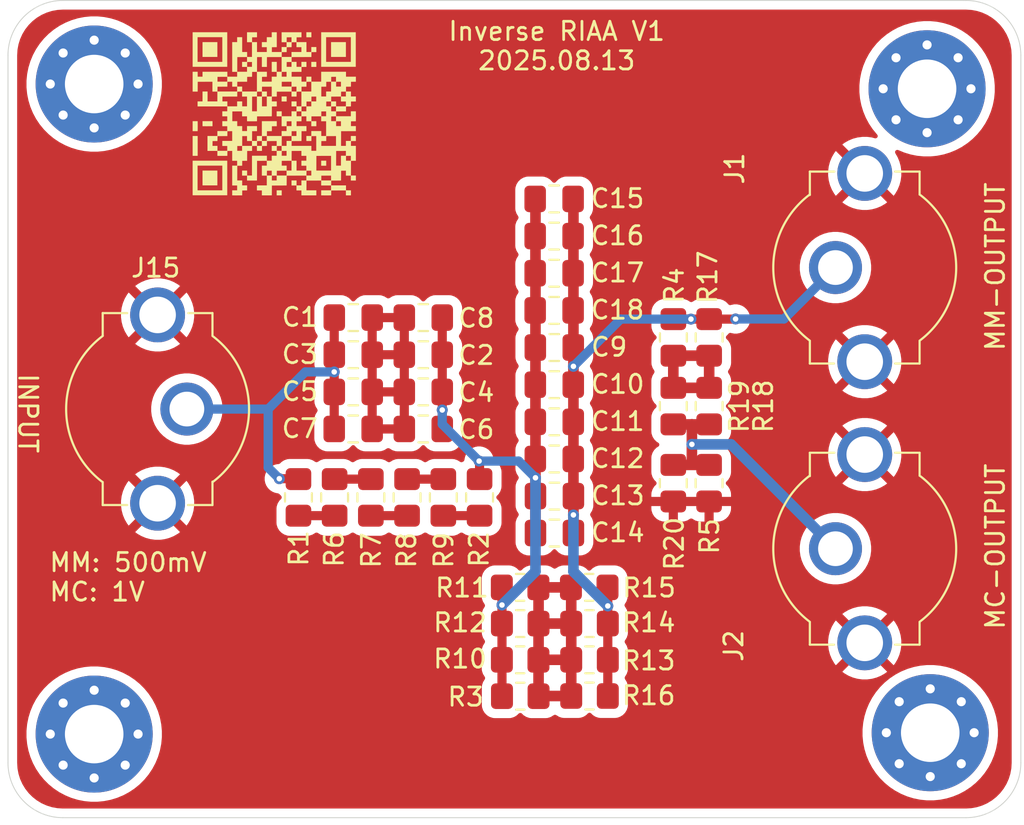
<source format=kicad_pcb>
(kicad_pcb (version 20241229) (generator "pcbnew") (generator_version "9.0")
  (layers (0 "F.Cu" signal) (2 "B.Cu" signal) (13 "F.Paste" user) (15 "B.Paste" user) (5 "F.SilkS" user "F.Silkscreen") (7 "B.SilkS" user "B.Silkscreen") (1 "F.Mask" user) (3 "B.Mask" user) (25 "Edge.Cuts" user))
  (net 0 "")
  (net 1 "GND")
  (net 2 "Net-(J15-In)")
  (net 3 "Net-(C1-Pad2)")
  (net 4 "Net-(C10-Pad1)")
  (net 5 "Net-(J1-In)")
  (net 6 "Net-(R1-Pad2)")
  (net 7 "Net-(R2-Pad1)")
  (net 8 "Net-(R10-Pad2)")
  (net 9 "Net-(R17-Pad2)")
  (net 10 "Net-(J2-In)")
  (net 11 "Net-(R6-Pad2)")
  (net 12 "Net-(R7-Pad2)")
  (net 13 "Net-(R8-Pad2)")
  (footprint "Capacitor_SMD:C_0805_2012Metric_Pad1.18x1.45mm_HandSolder" (layer "F.Cu") (at 55.4521 78.3082)
    (property "Reference" "C3" (at -2.9212 -0.0215 0) (layer "F.SilkS"))
    (property "Value" "1.8nF/1%")
    (pad "1" smd roundrect (at -1.0375 0) (size 1.175 1.45) (layers "F.Cu" "F.Mask" "F.Paste") (roundrect_rratio 0.212766) (net 2 "Net-(J15-In)"))
    (pad "2" smd roundrect (at 1.0375 0) (size 1.175 1.45) (layers "F.Cu" "F.Mask" "F.Paste") (roundrect_rratio 0.212766) (net 3 "Net-(C1-Pad2)"))
  )
  (footprint "Capacitor_SMD:C_0805_2012Metric_Pad1.18x1.45mm_HandSolder" (layer "F.Cu") (at 66.4503 88.0618)
    (property "Reference" "C14" (at 3.4665 -0.0254 0) (layer "F.SilkS"))
    (property "Value" "100pF/1%")
    (pad "1" smd roundrect (at -1.0375 0) (size 1.175 1.45) (layers "F.Cu" "F.Mask" "F.Paste") (roundrect_rratio 0.212766) (net 4 "Net-(C10-Pad1)"))
    (pad "2" smd roundrect (at 1.0375 0) (size 1.175 1.45) (layers "F.Cu" "F.Mask" "F.Paste") (roundrect_rratio 0.212766) (net 5 "Net-(J1-In)"))
  )
  (footprint "Resistor_SMD:R_0805_2012Metric_Pad1.20x1.40mm_HandSolder" (layer "F.Cu") (at 52.4551 86.1115 -90)
    (property "Reference" "R1" (at 2.7885 -0.0213 90) (layer "F.SilkS"))
    (property "Value" "220k/0.5%")
    (pad "1" smd roundrect (at -1 0 270) (size 1.2 1.4) (layers "F.Cu" "F.Mask" "F.Paste") (roundrect_rratio 0.208333) (net 2 "Net-(J15-In)"))
    (pad "2" smd roundrect (at 1 0 270) (size 1.2 1.4) (layers "F.Cu" "F.Mask" "F.Paste") (roundrect_rratio 0.208333) (net 6 "Net-(R1-Pad2)"))
  )
  (footprint "Capacitor_SMD:C_0805_2012Metric_Pad1.18x1.45mm_HandSolder" (layer "F.Cu") (at 59.2797 82.3683)
    (property "Reference" "C6" (at 2.8995 0.0293 0) (layer "F.SilkS"))
    (property "Value" "1.8nF/1%")
    (pad "1" smd roundrect (at -1.0375 0) (size 1.175 1.45) (layers "F.Cu" "F.Mask" "F.Paste") (roundrect_rratio 0.212766) (net 3 "Net-(C1-Pad2)"))
    (pad "2" smd roundrect (at 1.0375 0) (size 1.175 1.45) (layers "F.Cu" "F.Mask" "F.Paste") (roundrect_rratio 0.212766) (net 4 "Net-(C10-Pad1)"))
  )
  (footprint "Capacitor_SMD:C_0805_2012Metric_Pad1.18x1.45mm_HandSolder" (layer "F.Cu") (at 66.4343 71.8182)
    (property "Reference" "C16" (at 3.4665 -0.0254 0) (layer "F.SilkS"))
    (property "Value" "100pF/1%")
    (pad "1" smd roundrect (at -1.0375 0) (size 1.175 1.45) (layers "F.Cu" "F.Mask" "F.Paste") (roundrect_rratio 0.212766) (net 4 "Net-(C10-Pad1)"))
    (pad "2" smd roundrect (at 1.0375 0) (size 1.175 1.45) (layers "F.Cu" "F.Mask" "F.Paste") (roundrect_rratio 0.212766) (net 5 "Net-(J1-In)"))
  )
  (footprint "Resistor_SMD:R_0805_2012Metric_Pad1.20x1.40mm_HandSolder" (layer "F.Cu") (at 64.5734 91.0336)
    (property "Reference" "R11" (at -3.1816 0.0254 0) (layer "F.SilkS"))
    (property "Value" "150k/0.5%")
    (pad "1" smd roundrect (at -1 0) (size 1.2 1.4) (layers "F.Cu" "F.Mask" "F.Paste") (roundrect_rratio 0.208333) (net 4 "Net-(C10-Pad1)"))
    (pad "2" smd roundrect (at 1 0) (size 1.2 1.4) (layers "F.Cu" "F.Mask" "F.Paste") (roundrect_rratio 0.208333) (net 8 "Net-(R10-Pad2)"))
  )
  (footprint "kicad-snk:RCA-Phono_CUI-Devices_RCJ-02X_Vertical" (layer "F.Cu") (at 83.4136 88.9192 90)
    (property "Reference" "J2" (at -5.3148 -7.1628 90) (layer "F.SilkS"))
    (property "Value" "MC-Out")
    (pad "1" thru_hole circle (at 0 -1.6 90) (size 2.9 2.9) (drill 1.9) (layers "*.Cu" "*.Mask") (net 10 "Net-(J2-In)"))
    (pad "2" thru_hole circle (at -5.15 0 90) (size 3 3) (drill 2) (layers "*.Cu" "*.Mask") (net 1 "GND"))
    (pad "2" thru_hole circle (at 5.15 0 90) (size 3 3) (drill 2) (layers "*.Cu" "*.Mask") (net 1 "GND"))
  )
  (footprint "kicad-snk:RCA-Phono_CUI-Devices_RCJ-02X_Vertical" (layer "F.Cu") (at 44.755 81.28 -90)
    (property "Reference" "J15" (at -7.7216 0.1018 0) (layer "F.SilkS"))
    (property "Value" "Input")
    (pad "1" thru_hole circle (at 0 -1.6 270) (size 2.9 2.9) (drill 1.9) (layers "*.Cu" "*.Mask") (net 2 "Net-(J15-In)"))
    (pad "2" thru_hole circle (at -5.15 0 270) (size 3 3) (drill 2) (layers "*.Cu" "*.Mask") (net 1 "GND"))
    (pad "2" thru_hole circle (at 5.15 0 270) (size 3 3) (drill 2) (layers "*.Cu" "*.Mask") (net 1 "GND"))
  )
  (footprint "Capacitor_SMD:C_0805_2012Metric_Pad1.18x1.45mm_HandSolder" (layer "F.Cu") (at 59.2797 80.3402)
    (property "Reference" "C4" (at 2.8995 0.0293 0) (layer "F.SilkS"))
    (property "Value" "1.8nF/1%")
    (pad "1" smd roundrect (at -1.0375 0) (size 1.175 1.45) (layers "F.Cu" "F.Mask" "F.Paste") (roundrect_rratio 0.212766) (net 3 "Net-(C1-Pad2)"))
    (pad "2" smd roundrect (at 1.0375 0) (size 1.175 1.45) (layers "F.Cu" "F.Mask" "F.Paste") (roundrect_rratio 0.212766) (net 4 "Net-(C10-Pad1)"))
  )
  (footprint "Resistor_SMD:R_0805_2012Metric_Pad1.20x1.40mm_HandSolder" (layer "F.Cu") (at 56.4134 86.1115 -90)
    (property "Reference" "R7" (at 2.8901 -0.0254 90) (layer "F.SilkS"))
    (property "Value" "220k/0.5%")
    (pad "1" smd roundrect (at -1 0 270) (size 1.2 1.4) (layers "F.Cu" "F.Mask" "F.Paste") (roundrect_rratio 0.208333) (net 11 "Net-(R6-Pad2)"))
    (pad "2" smd roundrect (at 1 0 270) (size 1.2 1.4) (layers "F.Cu" "F.Mask" "F.Paste") (roundrect_rratio 0.208333) (net 12 "Net-(R7-Pad2)"))
  )
  (footprint "Resistor_SMD:R_0805_2012Metric_Pad1.20x1.40mm_HandSolder" (layer "F.Cu") (at 72.9524 77.3596 -90)
    (property "Reference" "R4" (at -2.836 -0.0472 90) (layer "F.SilkS"))
    (property "Value" "560R/0.5%")
    (pad "1" smd roundrect (at -1 0 270) (size 1.2 1.4) (layers "F.Cu" "F.Mask" "F.Paste") (roundrect_rratio 0.208333) (net 5 "Net-(J1-In)"))
    (pad "2" smd roundrect (at 1 0 270) (size 1.2 1.4) (layers "F.Cu" "F.Mask" "F.Paste") (roundrect_rratio 0.208333) (net 9 "Net-(R17-Pad2)"))
  )
  (footprint "Resistor_SMD:R_0805_2012Metric_Pad1.20x1.40mm_HandSolder" (layer "F.Cu") (at 68.3674 96.9772)
    (property "Reference" "R16" (at 3.2352 -0.0254 0) (layer "F.SilkS"))
    (property "Value" "150k/0.5%")
    (pad "1" smd roundrect (at -1 0) (size 1.2 1.4) (layers "F.Cu" "F.Mask" "F.Paste") (roundrect_rratio 0.208333) (net 8 "Net-(R10-Pad2)"))
    (pad "2" smd roundrect (at 1 0) (size 1.2 1.4) (layers "F.Cu" "F.Mask" "F.Paste") (roundrect_rratio 0.208333) (net 5 "Net-(J1-In)"))
  )
  (footprint "Resistor_SMD:R_0805_2012Metric_Pad1.20x1.40mm_HandSolder" (layer "F.Cu") (at 64.576333 94.996)
    (property "Reference" "R10" (at -3.286133 -0.0508 0) (layer "F.SilkS"))
    (property "Value" "150k/0.5%")
    (pad "1" smd roundrect (at -1 0) (size 1.2 1.4) (layers "F.Cu" "F.Mask" "F.Paste") (roundrect_rratio 0.208333) (net 4 "Net-(C10-Pad1)"))
    (pad "2" smd roundrect (at 1 0) (size 1.2 1.4) (layers "F.Cu" "F.Mask" "F.Paste") (roundrect_rratio 0.208333) (net 8 "Net-(R10-Pad2)"))
  )
  (footprint "MountingHole:MountingHole_3.2mm_M3_Pad_Via" (layer "F.Cu") (at 41.288 99.06)
    (property "Reference" "H1" (hide yes))
    (property "Value" "MountingHole")
    (pad "1" thru_hole circle (at -2.4 0) (size 0.8 0.8) (drill 0.5) (layers "*.Cu" "*.Mask"))
    (pad "1" thru_hole circle (at -1.697056 -1.697056) (size 0.8 0.8) (drill 0.5) (layers "*.Cu" "*.Mask"))
    (pad "1" thru_hole circle (at -1.697056 1.697056) (size 0.8 0.8) (drill 0.5) (layers "*.Cu" "*.Mask"))
    (pad "1" thru_hole circle (at 0 -2.4) (size 0.8 0.8) (drill 0.5) (layers "*.Cu" "*.Mask"))
    (pad "1" thru_hole circle (at 0 0) (size 6.4 6.4) (drill 3.2) (layers "*.Cu" "*.Mask"))
    (pad "1" thru_hole circle (at 0 2.4) (size 0.8 0.8) (drill 0.5) (layers "*.Cu" "*.Mask"))
    (pad "1" thru_hole circle (at 1.697056 -1.697056) (size 0.8 0.8) (drill 0.5) (layers "*.Cu" "*.Mask"))
    (pad "1" thru_hole circle (at 1.697056 1.697056) (size 0.8 0.8) (drill 0.5) (layers "*.Cu" "*.Mask"))
    (pad "1" thru_hole circle (at 2.4 0) (size 0.8 0.8) (drill 0.5) (layers "*.Cu" "*.Mask"))
  )
  (footprint "LOGO" (layer "F.Cu") (at 51.1302 65.1256)
    (property "Reference" "G***" (hide yes))
    (property "Value" "LOGO" (hide yes))
  )
  (footprint "Capacitor_SMD:C_0805_2012Metric_Pad1.18x1.45mm_HandSolder" (layer "F.Cu") (at 66.4421 81.9782)
    (property "Reference" "C11" (at 3.4665 -0.0254 0) (layer "F.SilkS"))
    (property "Value" "100pF/1%")
    (pad "1" smd roundrect (at -1.0375 0) (size 1.175 1.45) (layers "F.Cu" "F.Mask" "F.Paste") (roundrect_rratio 0.212766) (net 4 "Net-(C10-Pad1)"))
    (pad "2" smd roundrect (at 1.0375 0) (size 1.175 1.45) (layers "F.Cu" "F.Mask" "F.Paste") (roundrect_rratio 0.212766) (net 5 "Net-(J1-In)"))
  )
  (footprint "Capacitor_SMD:C_0805_2012Metric_Pad1.18x1.45mm_HandSolder" (layer "F.Cu") (at 55.4521 80.3402)
    (property "Reference" "C5" (at -2.9212 -0.0215 0) (layer "F.SilkS"))
    (property "Value" "1.8nF/1%")
    (pad "1" smd roundrect (at -1.0375 0) (size 1.175 1.45) (layers "F.Cu" "F.Mask" "F.Paste") (roundrect_rratio 0.212766) (net 2 "Net-(J15-In)"))
    (pad "2" smd roundrect (at 1.0375 0) (size 1.175 1.45) (layers "F.Cu" "F.Mask" "F.Paste") (roundrect_rratio 0.212766) (net 3 "Net-(C1-Pad2)"))
  )
  (footprint "Capacitor_SMD:C_0805_2012Metric_Pad1.18x1.45mm_HandSolder" (layer "F.Cu") (at 55.4521 76.2762)
    (property "Reference" "C1" (at -2.9212 -0.0215 0) (layer "F.SilkS"))
    (property "Value" "1.8nF/1%")
    (pad "1" smd roundrect (at -1.0375 0) (size 1.175 1.45) (layers "F.Cu" "F.Mask" "F.Paste") (roundrect_rratio 0.212766) (net 2 "Net-(J15-In)"))
    (pad "2" smd roundrect (at 1.0375 0) (size 1.175 1.45) (layers "F.Cu" "F.Mask" "F.Paste") (roundrect_rratio 0.212766) (net 3 "Net-(C1-Pad2)"))
  )
  (footprint "kicad-snk:RCA-Phono_CUI-Devices_RCJ-02X_Vertical" (layer "F.Cu") (at 83.4136 73.5392 90)
    (property "Reference" "J1" (at 5.4164 -7.112 90) (layer "F.SilkS"))
    (property "Value" "MM-Out")
    (pad "1" thru_hole circle (at 0 -1.6 90) (size 2.9 2.9) (drill 1.9) (layers "*.Cu" "*.Mask") (net 5 "Net-(J1-In)"))
    (pad "2" thru_hole circle (at -5.15 0 90) (size 3 3) (drill 2) (layers "*.Cu" "*.Mask") (net 1 "GND"))
    (pad "2" thru_hole circle (at 5.15 0 90) (size 3 3) (drill 2) (layers "*.Cu" "*.Mask") (net 1 "GND"))
  )
  (footprint "Resistor_SMD:R_0805_2012Metric_Pad1.20x1.40mm_HandSolder" (layer "F.Cu") (at 68.3674 94.996)
    (property "Reference" "R13" (at 3.2352 0.0508 0) (layer "F.SilkS"))
    (property "Value" "150k/0.5%")
    (pad "1" smd roundrect (at -1 0) (size 1.2 1.4) (layers "F.Cu" "F.Mask" "F.Paste") (roundrect_rratio 0.208333) (net 8 "Net-(R10-Pad2)"))
    (pad "2" smd roundrect (at 1 0) (size 1.2 1.4) (layers "F.Cu" "F.Mask" "F.Paste") (roundrect_rratio 0.208333) (net 5 "Net-(J1-In)"))
  )
  (footprint "Resistor_SMD:R_0805_2012Metric_Pad1.20x1.40mm_HandSolder" (layer "F.Cu") (at 64.579267 93.0148)
    (property "Reference" "R12" (at -3.289067 -0.0508 0) (layer "F.SilkS"))
    (property "Value" "150k/0.5%")
    (pad "1" smd roundrect (at -1 0) (size 1.2 1.4) (layers "F.Cu" "F.Mask" "F.Paste") (roundrect_rratio 0.208333) (net 4 "Net-(C10-Pad1)"))
    (pad "2" smd roundrect (at 1 0) (size 1.2 1.4) (layers "F.Cu" "F.Mask" "F.Paste") (roundrect_rratio 0.208333) (net 8 "Net-(R10-Pad2)"))
  )
  (footprint "Resistor_SMD:R_0805_2012Metric_Pad1.20x1.40mm_HandSolder" (layer "F.Cu") (at 54.4322 86.1115 90)
    (property "Reference" "R6" (at -2.8393 -0.0254 90) (layer "F.SilkS"))
    (property "Value" "220k/0.5%")
    (pad "1" smd roundrect (at -1 0 90) (size 1.2 1.4) (layers "F.Cu" "F.Mask" "F.Paste") (roundrect_rratio 0.208333) (net 6 "Net-(R1-Pad2)"))
    (pad "2" smd roundrect (at 1 0 90) (size 1.2 1.4) (layers "F.Cu" "F.Mask" "F.Paste") (roundrect_rratio 0.208333) (net 11 "Net-(R6-Pad2)"))
  )
  (footprint "Resistor_SMD:R_0805_2012Metric_Pad1.20x1.40mm_HandSolder" (layer "F.Cu") (at 58.3946 86.1115 90)
    (property "Reference" "R8" (at -2.8901 -0.0254 90) (layer "F.SilkS"))
    (property "Value" "220k/0.5%")
    (pad "1" smd roundrect (at -1 0 90) (size 1.2 1.4) (layers "F.Cu" "F.Mask" "F.Paste") (roundrect_rratio 0.208333) (net 12 "Net-(R7-Pad2)"))
    (pad "2" smd roundrect (at 1 0 90) (size 1.2 1.4) (layers "F.Cu" "F.Mask" "F.Paste") (roundrect_rratio 0.208333) (net 13 "Net-(R8-Pad2)"))
  )
  (footprint "Capacitor_SMD:C_0805_2012Metric_Pad1.18x1.45mm_HandSolder" (layer "F.Cu") (at 66.4343 69.7862)
    (property "Reference" "C15" (at 3.4665 -0.0254 0) (layer "F.SilkS"))
    (property "Value" "100pF/1%")
    (pad "1" smd roundrect (at -1.0375 0) (size 1.175 1.45) (layers "F.Cu" "F.Mask" "F.Paste") (roundrect_rratio 0.212766) (net 4 "Net-(C10-Pad1)"))
    (pad "2" smd roundrect (at 1.0375 0) (size 1.175 1.45) (layers "F.Cu" "F.Mask" "F.Paste") (roundrect_rratio 0.212766) (net 5 "Net-(J1-In)"))
  )
  (footprint "Capacitor_SMD:C_0805_2012Metric_Pad1.18x1.45mm_HandSolder" (layer "F.Cu") (at 55.4484 82.3683)
    (property "Reference" "C7" (at -2.9212 -0.0215 0) (layer "F.SilkS"))
    (property "Value" "1.8nF/1%")
    (pad "1" smd roundrect (at -1.0375 0) (size 1.175 1.45) (layers "F.Cu" "F.Mask" "F.Paste") (roundrect_rratio 0.212766) (net 2 "Net-(J15-In)"))
    (pad "2" smd roundrect (at 1.0375 0) (size 1.175 1.45) (layers "F.Cu" "F.Mask" "F.Paste") (roundrect_rratio 0.212766) (net 3 "Net-(C1-Pad2)"))
  )
  (footprint "Capacitor_SMD:C_0805_2012Metric_Pad1.18x1.45mm_HandSolder" (layer "F.Cu") (at 66.4503 86.0422)
    (property "Reference" "C13" (at 3.4665 -0.0254 0) (layer "F.SilkS"))
    (property "Value" "100pF/1%")
    (pad "1" smd roundrect (at -1.0375 0) (size 1.175 1.45) (layers "F.Cu" "F.Mask" "F.Paste") (roundrect_rratio 0.212766) (net 4 "Net-(C10-Pad1)"))
    (pad "2" smd roundrect (at 1.0375 0) (size 1.175 1.45) (layers "F.Cu" "F.Mask" "F.Paste") (roundrect_rratio 0.212766) (net 5 "Net-(J1-In)"))
  )
  (footprint "Resistor_SMD:R_0805_2012Metric_Pad1.20x1.40mm_HandSolder" (layer "F.Cu") (at 68.3674 93.0148)
    (property "Reference" "R14" (at 3.2352 -0.0508 0) (layer "F.SilkS"))
    (property "Value" "150k/0.5%")
    (pad "1" smd roundrect (at -1 0) (size 1.2 1.4) (layers "F.Cu" "F.Mask" "F.Paste") (roundrect_rratio 0.208333) (net 8 "Net-(R10-Pad2)"))
    (pad "2" smd roundrect (at 1 0) (size 1.2 1.4) (layers "F.Cu" "F.Mask" "F.Paste") (roundrect_rratio 0.208333) (net 5 "Net-(J1-In)"))
  )
  (footprint "Resistor_SMD:R_0805_2012Metric_Pad1.20x1.40mm_HandSolder" (layer "F.Cu") (at 72.9488 85.3352 -90)
    (property "Reference" "R20" (at 3.3108 -0.0508 90) (layer "F.SilkS"))
    (property "Value" "82R/0.5%")
    (pad "1" smd roundrect (at -1 0 270) (size 1.2 1.4) (layers "F.Cu" "F.Mask" "F.Paste") (roundrect_rratio 0.208333) (net 10 "Net-(J2-In)"))
    (pad "2" smd roundrect (at 1 0 270) (size 1.2 1.4) (layers "F.Cu" "F.Mask" "F.Paste") (roundrect_rratio 0.208333) (net 1 "GND"))
  )
  (footprint "Capacitor_SMD:C_0805_2012Metric_Pad1.18x1.45mm_HandSolder" (layer "F.Cu") (at 59.2797 76.2762)
    (property "Reference" "C8" (at 2.8995 0.0293 0) (layer "F.SilkS"))
    (property "Value" "1.8nF/1%")
    (pad "1" smd roundrect (at -1.0375 0) (size 1.175 1.45) (layers "F.Cu" "F.Mask" "F.Paste") (roundrect_rratio 0.212766) (net 3 "Net-(C1-Pad2)"))
    (pad "2" smd roundrect (at 1.0375 0) (size 1.175 1.45) (layers "F.Cu" "F.Mask" "F.Paste") (roundrect_rratio 0.212766) (net 4 "Net-(C10-Pad1)"))
  )
  (footprint "Capacitor_SMD:C_0805_2012Metric_Pad1.18x1.45mm_HandSolder" (layer "F.Cu") (at 66.4421 79.9462)
    (property "Reference" "C10" (at 3.4665 -0.0254 0) (layer "F.SilkS"))
    (property "Value" "100pF/1%")
    (pad "1" smd roundrect (at -1.0375 0) (size 1.175 1.45) (layers "F.Cu" "F.Mask" "F.Paste") (roundrect_rratio 0.212766) (net 4 "Net-(C10-Pad1)"))
    (pad "2" smd roundrect (at 1.0375 0) (size 1.175 1.45) (layers "F.Cu" "F.Mask" "F.Paste") (roundrect_rratio 0.212766) (net 5 "Net-(J1-In)"))
  )
  (footprint "MountingHole:MountingHole_3.2mm_M3_Pad_Via" (layer "F.Cu") (at 86.995 98.9838)
    (property "Reference" "H4" (hide yes))
    (property "Value" "MountingHole")
    (pad "1" thru_hole circle (at -2.4 0) (size 0.8 0.8) (drill 0.5) (layers "*.Cu" "*.Mask"))
    (pad "1" thru_hole circle (at -1.697056 -1.697056) (size 0.8 0.8) (drill 0.5) (layers "*.Cu" "*.Mask"))
    (pad "1" thru_hole circle (at -1.697056 1.697056) (size 0.8 0.8) (drill 0.5) (layers "*.Cu" "*.Mask"))
    (pad "1" thru_hole circle (at 0 -2.4) (size 0.8 0.8) (drill 0.5) (layers "*.Cu" "*.Mask"))
    (pad "1" thru_hole circle (at 0 0) (size 6.4 6.4) (drill 3.2) (layers "*.Cu" "*.Mask"))
    (pad "1" thru_hole circle (at 0 2.4) (size 0.8 0.8) (drill 0.5) (layers "*.Cu" "*.Mask"))
    (pad "1" thru_hole circle (at 1.697056 -1.697056) (size 0.8 0.8) (drill 0.5) (layers "*.Cu" "*.Mask"))
    (pad "1" thru_hole circle (at 1.697056 1.697056) (size 0.8 0.8) (drill 0.5) (layers "*.Cu" "*.Mask"))
    (pad "1" thru_hole circle (at 2.4 0) (size 0.8 0.8) (drill 0.5) (layers "*.Cu" "*.Mask"))
  )
  (footprint "Capacitor_SMD:C_0805_2012Metric_Pad1.18x1.45mm_HandSolder" (layer "F.Cu") (at 66.4343 75.8822)
    (property "Reference" "C18" (at 3.4665 -0.0254 0) (layer "F.SilkS"))
    (property "Value" "100pF/1%")
    (pad "1" smd roundrect (at -1.0375 0) (size 1.175 1.45) (layers "F.Cu" "F.Mask" "F.Paste") (roundrect_rratio 0.212766) (net 4 "Net-(C10-Pad1)"))
    (pad "2" smd roundrect (at 1.0375 0) (size 1.175 1.45) (layers "F.Cu" "F.Mask" "F.Paste") (roundrect_rratio 0.212766) (net 5 "Net-(J1-In)"))
  )
  (footprint "Resistor_SMD:R_0805_2012Metric_Pad1.20x1.40mm_HandSolder" (layer "F.Cu") (at 64.5822 96.9868)
    (property "Reference" "R3" (at -2.9872 0.0412 0) (layer "F.SilkS"))
    (property "Value" "150k/0.5%")
    (pad "1" smd roundrect (at -1 0) (size 1.2 1.4) (layers "F.Cu" "F.Mask" "F.Paste") (roundrect_rratio 0.208333) (net 4 "Net-(C10-Pad1)"))
    (pad "2" smd roundrect (at 1 0) (size 1.2 1.4) (layers "F.Cu" "F.Mask" "F.Paste") (roundrect_rratio 0.208333) (net 8 "Net-(R10-Pad2)"))
  )
  (footprint "Capacitor_SMD:C_0805_2012Metric_Pad1.18x1.45mm_HandSolder" (layer "F.Cu") (at 66.4421 77.9142)
    (property "Reference" "C9" (at 3.0015 -0.0254 0) (layer "F.SilkS"))
    (property "Value" "100pF/1%")
    (pad "1" smd roundrect (at -1.0375 0) (size 1.175 1.45) (layers "F.Cu" "F.Mask" "F.Paste") (roundrect_rratio 0.212766) (net 4 "Net-(C10-Pad1)"))
    (pad "2" smd roundrect (at 1.0375 0) (size 1.175 1.45) (layers "F.Cu" "F.Mask" "F.Paste") (roundrect_rratio 0.212766) (net 5 "Net-(J1-In)"))
  )
  (footprint "MountingHole:MountingHole_3.2mm_M3_Pad_Via" (layer "F.Cu") (at 41.288 63.5)
    (property "Reference" "H2" (hide yes))
    (property "Value" "MountingHole")
    (pad "1" thru_hole circle (at -2.4 0) (size 0.8 0.8) (drill 0.5) (layers "*.Cu" "*.Mask"))
    (pad "1" thru_hole circle (at -1.697056 -1.697056) (size 0.8 0.8) (drill 0.5) (layers "*.Cu" "*.Mask"))
    (pad "1" thru_hole circle (at -1.697056 1.697056) (size 0.8 0.8) (drill 0.5) (layers "*.Cu" "*.Mask"))
    (pad "1" thru_hole circle (at 0 -2.4) (size 0.8 0.8) (drill 0.5) (layers "*.Cu" "*.Mask"))
    (pad "1" thru_hole circle (at 0 0) (size 6.4 6.4) (drill 3.2) (layers "*.Cu" "*.Mask"))
    (pad "1" thru_hole circle (at 0 2.4) (size 0.8 0.8) (drill 0.5) (layers "*.Cu" "*.Mask"))
    (pad "1" thru_hole circle (at 1.697056 -1.697056) (size 0.8 0.8) (drill 0.5) (layers "*.Cu" "*.Mask"))
    (pad "1" thru_hole circle (at 1.697056 1.697056) (size 0.8 0.8) (drill 0.5) (layers "*.Cu" "*.Mask"))
    (pad "1" thru_hole circle (at 2.4 0) (size 0.8 0.8) (drill 0.5) (layers "*.Cu" "*.Mask"))
  )
  (footprint "Resistor_SMD:R_0805_2012Metric_Pad1.20x1.40mm_HandSolder" (layer "F.Cu") (at 72.9488 81.1188 -90)
    (property "Reference" "R19" (at 0.0088 -3.6068 90) (layer "F.SilkS"))
    (property "Value" "560R/0.5%")
    (pad "1" smd roundrect (at -1 0 270) (size 1.2 1.4) (layers "F.Cu" "F.Mask" "F.Paste") (roundrect_rratio 0.208333) (net 9 "Net-(R17-Pad2)"))
    (pad "2" smd roundrect (at 1 0 270) (size 1.2 1.4) (layers "F.Cu" "F.Mask" "F.Paste") (roundrect_rratio 0.208333) (net 10 "Net-(J2-In)"))
  )
  (footprint "Capacitor_SMD:C_0805_2012Metric_Pad1.18x1.45mm_HandSolder" (layer "F.Cu") (at 66.4421 84.0102)
    (property "Reference" "C12" (at 3.4665 -0.0254 0) (layer "F.SilkS"))
    (property "Value" "100pF/1%")
    (pad "1" smd roundrect (at -1.0375 0) (size 1.175 1.45) (layers "F.Cu" "F.Mask" "F.Paste") (roundrect_rratio 0.212766) (net 4 "Net-(C10-Pad1)"))
    (pad "2" smd roundrect (at 1.0375 0) (size 1.175 1.45) (layers "F.Cu" "F.Mask" "F.Paste") (roundrect_rratio 0.212766) (net 5 "Net-(J1-In)"))
  )
  (footprint "Resistor_SMD:R_0805_2012Metric_Pad1.20x1.40mm_HandSolder" (layer "F.Cu") (at 62.357 86.1115 90)
    (property "Reference" "R2" (at -2.8393 -0.0254 90) (layer "F.SilkS"))
    (property "Value" "1.5k/0.5%")
    (pad "1" smd roundrect (at -1 0 90) (size 1.2 1.4) (layers "F.Cu" "F.Mask" "F.Paste") (roundrect_rratio 0.208333) (net 7 "Net-(R2-Pad1)"))
    (pad "2" smd roundrect (at 1 0 90) (size 1.2 1.4) (layers "F.Cu" "F.Mask" "F.Paste") (roundrect_rratio 0.208333) (net 4 "Net-(C10-Pad1)"))
  )
  (footprint "Resistor_SMD:R_0805_2012Metric_Pad1.20x1.40mm_HandSolder" (layer "F.Cu") (at 74.9082 77.3596 -90)
    (property "Reference" "R17" (at -3.2932 0.0798 90) (layer "F.SilkS"))
    (property "Value" "560R/0.5%")
    (pad "1" smd roundrect (at -1 0 270) (size 1.2 1.4) (layers "F.Cu" "F.Mask" "F.Paste") (roundrect_rratio 0.208333) (net 5 "Net-(J1-In)"))
    (pad "2" smd roundrect (at 1 0 270) (size 1.2 1.4) (layers "F.Cu" "F.Mask" "F.Paste") (roundrect_rratio 0.208333) (net 9 "Net-(R17-Pad2)"))
  )
  (footprint "MountingHole:MountingHole_3.2mm_M3_Pad_Via" (layer "F.Cu") (at 86.821944 63.758744)
    (property "Reference" "H3" (hide yes))
    (property "Value" "MountingHole")
    (pad "1" thru_hole circle (at -2.4 0) (size 0.8 0.8) (drill 0.5) (layers "*.Cu" "*.Mask"))
    (pad "1" thru_hole circle (at -1.697056 -1.697056) (size 0.8 0.8) (drill 0.5) (layers "*.Cu" "*.Mask"))
    (pad "1" thru_hole circle (at -1.697056 1.697056) (size 0.8 0.8) (drill 0.5) (layers "*.Cu" "*.Mask"))
    (pad "1" thru_hole circle (at 0 -2.4) (size 0.8 0.8) (drill 0.5) (layers "*.Cu" "*.Mask"))
    (pad "1" thru_hole circle (at 0 0) (size 6.4 6.4) (drill 3.2) (layers "*.Cu" "*.Mask"))
    (pad "1" thru_hole circle (at 0 2.4) (size 0.8 0.8) (drill 0.5) (layers "*.Cu" "*.Mask"))
    (pad "1" thru_hole circle (at 1.697056 -1.697056) (size 0.8 0.8) (drill 0.5) (layers "*.Cu" "*.Mask"))
    (pad "1" thru_hole circle (at 1.697056 1.697056) (size 0.8 0.8) (drill 0.5) (layers "*.Cu" "*.Mask"))
    (pad "1" thru_hole circle (at 2.4 0) (size 0.8 0.8) (drill 0.5) (layers "*.Cu" "*.Mask"))
  )
  (footprint "Resistor_SMD:R_0805_2012Metric_Pad1.20x1.40mm_HandSolder" (layer "F.Cu") (at 60.3758 86.1115 -90)
    (property "Reference" "R9" (at 2.8901 -0.0254 90) (layer "F.SilkS"))
    (property "Value" "1.5k/0.5%")
    (pad "1" smd roundrect (at -1 0 270) (size 1.2 1.4) (layers "F.Cu" "F.Mask" "F.Paste") (roundrect_rratio 0.208333) (net 13 "Net-(R8-Pad2)"))
    (pad "2" smd roundrect (at 1 0 270) (size 1.2 1.4) (layers "F.Cu" "F.Mask" "F.Paste") (roundrect_rratio 0.208333) (net 7 "Net-(R2-Pad1)"))
  )
  (footprint "Resistor_SMD:R_0805_2012Metric_Pad1.20x1.40mm_HandSolder" (layer "F.Cu") (at 74.9082 81.1188 -90)
    (property "Reference" "R18" (at 0.0088 -2.9682 90) (layer "F.SilkS"))
    (property "Value" "560R/0.5%")
    (pad "1" smd roundrect (at -1 0 270) (size 1.2 1.4) (layers "F.Cu" "F.Mask" "F.Paste") (roundrect_rratio 0.208333) (net 9 "Net-(R17-Pad2)"))
    (pad "2" smd roundrect (at 1 0 270) (size 1.2 1.4) (layers "F.Cu" "F.Mask" "F.Paste") (roundrect_rratio 0.208333) (net 10 "Net-(J2-In)"))
  )
  (footprint "Capacitor_SMD:C_0805_2012Metric_Pad1.18x1.45mm_HandSolder" (layer "F.Cu") (at 59.2797 78.3082)
    (property "Reference" "C2" (at 2.8995 0.0293 0) (layer "F.SilkS"))
    (property "Value" "1.8nF/1%")
    (pad "1" smd roundrect (at -1.0375 0) (size 1.175 1.45) (layers "F.Cu" "F.Mask" "F.Paste") (roundrect_rratio 0.212766) (net 3 "Net-(C1-Pad2)"))
    (pad "2" smd roundrect (at 1.0375 0) (size 1.175 1.45) (layers "F.Cu" "F.Mask" "F.Paste") (roundrect_rratio 0.212766) (net 4 "Net-(C10-Pad1)"))
  )
  (footprint "Resistor_SMD:R_0805_2012Metric_Pad1.20x1.40mm_HandSolder" (layer "F.Cu") (at 74.9046 85.3346 -90)
    (property "Reference" "R5" (at 2.905 -0.0254 90) (layer "F.SilkS"))
    (property "Value" "82R/0.5%")
    (pad "1" smd roundrect (at -1 0 270) (size 1.2 1.4) (layers "F.Cu" "F.Mask" "F.Paste") (roundrect_rratio 0.208333) (net 10 "Net-(J2-In)"))
    (pad "2" smd roundrect (at 1 0 270) (size 1.2 1.4) (layers "F.Cu" "F.Mask" "F.Paste") (roundrect_rratio 0.208333) (net 1 "GND"))
  )
  (footprint "Resistor_SMD:R_0805_2012Metric_Pad1.20x1.40mm_HandSolder" (layer "F.Cu") (at 68.3514 91.0336)
    (property "Reference" "R15" (at 3.2766 0.0254 0) (layer "F.SilkS"))
    (property "Value" "150k/0.5%")
    (pad "1" smd roundrect (at -1 0) (size 1.2 1.4) (layers "F.Cu" "F.Mask" "F.Paste") (roundrect_rratio 0.208333) (net 8 "Net-(R10-Pad2)"))
    (pad "2" smd roundrect (at 1 0) (size 1.2 1.4) (layers "F.Cu" "F.Mask" "F.Paste") (roundrect_rratio 0.208333) (net 5 "Net-(J1-In)"))
  )
  (footprint "Capacitor_SMD:C_0805_2012Metric_Pad1.18x1.45mm_HandSolder" (layer "F.Cu") (at 66.4343 73.8502)
    (property "Reference" "C17" (at 3.4665 -0.0254 0) (layer "F.SilkS"))
    (property "Value" "100pF/1%")
    (pad "1" smd roundrect (at -1.0375 0) (size 1.175 1.45) (layers "F.Cu" "F.Mask" "F.Paste") (roundrect_rratio 0.212766) (net 4 "Net-(C10-Pad1)"))
    (pad "2" smd roundrect (at 1.0375 0) (size 1.175 1.45) (layers "F.Cu" "F.Mask" "F.Paste") (roundrect_rratio 0.212766) (net 5 "Net-(J1-In)"))
  )
  (gr_line (start 36.576 100.632) (end 36.576 61.928) (stroke (width 0.05)) (layer "Edge.Cuts"))
  (gr_line (start 88.948 103.632) (end 39.576 103.632) (stroke (width 0.05)) (layer "Edge.Cuts"))
  (gr_line (start 39.576 58.928) (end 88.948 58.928) (stroke (width 0.05)) (layer "Edge.Cuts"))
  (gr_line (start 91.948 61.928) (end 91.948 100.632) (stroke (width 0.05)) (layer "Edge.Cuts"))
  (gr_arc (start 88.948 58.928) (mid 91.06932 59.80668) (end 91.948 61.928) (stroke (width 0.05)) (layer "Edge.Cuts"))
  (gr_arc (start 36.576 61.928) (mid 37.45468 59.80668) (end 39.576 58.928) (stroke (width 0.05)) (layer "Edge.Cuts"))
  (gr_arc (start 91.948 100.632) (mid 91.06932 102.75332) (end 88.948 103.632) (stroke (width 0.05)) (layer "Edge.Cuts"))
  (gr_arc (start 39.576 103.632) (mid 37.45468 102.75332) (end 36.576 100.632) (stroke (width 0.05)) (layer "Edge.Cuts"))
  (gr_text "INPUT" (at 37.084 79.248 270) (layer "F.SilkS") (effects (font (size 1 1)) (justify left bottom)))
  (gr_text "MM: 500mV\nMC: 1V" (at 38.7604 90.4748 0) (layer "F.SilkS") (effects (font (size 1 1)) (justify left)))
  (gr_text "Inverse RIAA V1\n2025.08.13" (at 66.5734 61.4172 0) (layer "F.SilkS") (effects (font (size 1 1))))
  (gr_text "MC-OUTPUT" (at 91.1352 93.4212 90) (layer "F.SilkS") (effects (font (size 1 1)) (justify left bottom)))
  (gr_text "MM-OUTPUT" (at 91.1352 78.1812 90) (layer "F.SilkS") (effects (font (size 1 1)) (justify left bottom)))
  (segment (start 54.4109 79.248) (end 54.4109 76.2799) (width 0.5) (layer "F.Cu") (net 2))
  (segment (start 54.4109 76.2799) (end 54.4146 76.2762) (width 0.5) (layer "F.Cu") (net 2))
  (segment (start 51.4096 85.09) (end 52.4336 85.09) (width 0.5) (layer "F.Cu") (net 2))
  (segment (start 54.4109 82.3683) (end 54.4109 79.248) (width 0.5) (layer "F.Cu") (net 2))
  (segment (start 52.4336 85.09) (end 52.4551 85.1115) (width 0.5) (layer "F.Cu") (net 2))
  (via (at 54.4109 79.248) (size 0.6) (drill 0.3) (layers "F.Cu" "B.Cu") (net 2))
  (via (at 51.4096 85.09) (size 0.6) (drill 0.3) (layers "F.Cu" "B.Cu") (net 2))
  (segment (start 51.4096 85.09) (end 50.8 84.4804) (width 0.5) (layer "B.Cu") (net 2))
  (segment (start 50.8 84.4804) (end 50.8 81.28) (width 0.5) (layer "B.Cu") (net 2))
  (segment (start 46.355 81.28) (end 50.8 81.28) (width 0.5) (layer "B.Cu") (net 2))
  (segment (start 52.832 79.248) (end 54.4109 79.248) (width 0.5) (layer "B.Cu") (net 2))
  (segment (start 50.8 81.28) (end 52.832 79.248) (width 0.5) (layer "B.Cu") (net 2))
  (segment (start 56.4859 76.2799) (end 56.4896 76.2762) (width 0.5) (layer "F.Cu") (net 3))
  (segment (start 58.2422 78.3082) (end 56.4896 78.3082) (width 0.5) (layer "F.Cu") (net 3))
  (segment (start 58.2422 82.3683) (end 56.4859 82.3683) (width 0.5) (layer "F.Cu") (net 3))
  (segment (start 58.2422 80.3402) (end 56.4896 80.3402) (width 0.5) (layer "F.Cu") (net 3))
  (segment (start 58.2422 76.2762) (end 58.2422 82.3683) (width 0.5) (layer "F.Cu") (net 3))
  (segment (start 56.4859 82.3683) (end 56.4859 76.2799) (width 0.5) (layer "F.Cu") (net 3))
  (segment (start 58.2422 76.2762) (end 56.4896 76.2762) (width 0.5) (layer "F.Cu") (net 3))
  (segment (start 65.4128 88.0618) (end 65.4128 85.0392) (width 0.58) (layer "F.Cu") (net 4))
  (segment (start 65.4128 85.0392) (end 65.4128 69.8022) (width 0.58) (layer "F.Cu") (net 4))
  (segment (start 60.3172 82.3683) (end 60.3172 81.3308) (width 0.5) (layer "F.Cu") (net 4))
  (segment (start 62.357 84.1502) (end 62.3316 84.1248) (width 0.5) (layer "F.Cu") (net 4))
  (segment (start 60.3172 81.3308) (end 60.3172 76.2762) (width 0.5) (layer "F.Cu") (net 4))
  (segment (start 63.5822 91.9988) (end 63.5822 91.0424) (width 0.5) (layer "F.Cu") (net 4))
  (segment (start 63.5822 96.9868) (end 63.5822 91.9988) (width 0.5) (layer "F.Cu") (net 4))
  (segment (start 63.5822 91.0424) (end 63.5734 91.0336) (width 0.5) (layer "F.Cu") (net 4))
  (segment (start 62.357 85.1115) (end 62.357 84.1502) (width 0.5) (layer "F.Cu") (net 4))
  (segment (start 65.4128 69.8022) (end 65.3968 69.7862) (width 0.58) (layer "F.Cu") (net 4))
  (via (at 63.5822 91.9988) (size 0.6) (drill 0.3) (layers "F.Cu" "B.Cu") (net 4))
  (via (at 65.4128 85.0392) (size 0.6) (drill 0.3) (layers "F.Cu" "B.Cu") (net 4))
  (via (at 62.3316 84.1248) (size 0.6) (drill 0.3) (layers "F.Cu" "B.Cu") (net 4))
  (via (at 60.3172 81.3308) (size 0.6) (drill 0.3) (layers "F.Cu" "B.Cu") (net 4))
  (segment (start 60.3172 82.1104) (end 62.3316 84.1248) (width 0.5) (layer "B.Cu") (net 4))
  (segment (start 64.4984 84.1248) (end 65.4128 85.0392) (width 0.5) (layer "B.Cu") (net 4))
  (segment (start 65.4128 90.1682) (end 63.5822 91.9988) (width 0.58) (layer "B.Cu") (net 4))
  (segment (start 65.4128 85.0392) (end 65.4128 90.1682) (width 0.58) (layer "B.Cu") (net 4))
  (segment (start 62.3316 84.1248) (end 64.4984 84.1248) (width 0.5) (layer "B.Cu") (net 4))
  (segment (start 60.3172 81.3308) (end 60.3172 82.1104) (width 0.5) (layer "B.Cu") (net 4))
  (segment (start 67.4878 88.0618) (end 67.4878 87.0712) (width 0.58) (layer "F.Cu") (net 5))
  (segment (start 72.9524 76.3596) (end 73.914 76.3596) (width 0.5) (layer "F.Cu") (net 5))
  (segment (start 67.4878 69.8022) (end 67.4718 69.7862) (width 0.58) (layer "F.Cu") (net 5))
  (segment (start 69.3674 96.9772) (end 69.3674 92.0496) (width 0.5) (layer "F.Cu") (net 5))
  (segment (start 69.3674 92.0496) (end 69.3674 91.0496) (width 0.5) (layer "F.Cu") (net 5))
  (segment (start 67.4878 87.0712) (end 67.4878 78.9432) (width 0.58) (layer "F.Cu") (net 5))
  (segment (start 76.3452 76.3596) (end 76.3524 76.3524) (width 0.5) (layer "F.Cu") (net 5))
  (segment (start 74.9082 76.3596) (end 76.3452 76.3596) (width 0.5) (layer "F.Cu") (net 5))
  (segment (start 69.3674 91.0496) (end 69.3514 91.0336) (width 0.5) (layer "F.Cu") (net 5))
  (segment (start 67.4878 78.9432) (end 67.4878 69.8022) (width 0.58) (layer "F.Cu") (net 5))
  (segment (start 73.914 76.3596) (end 74.9082 76.3596) (width 0.5) (layer "F.Cu") (net 5))
  (via (at 76.3524 76.3524) (size 0.6) (drill 0.3) (layers "F.Cu" "B.Cu") (net 5))
  (via (at 73.914 76.3596) (size 0.6) (drill 0.3) (layers "F.Cu" "B.Cu") (net 5))
  (via (at 67.4878 78.9432) (size 0.6) (drill 0.3) (layers "F.Cu" "B.Cu") (net 5))
  (via (at 69.3674 92.0496) (size 0.6) (drill 0.3) (layers "F.Cu" "B.Cu") (net 5))
  (via (at 67.4878 87.0712) (size 0.6) (drill 0.3) (layers "F.Cu" "B.Cu") (net 5))
  (segment (start 79.0004 76.3524) (end 81.8136 73.5392) (width 0.5) (layer "B.Cu") (net 5))
  (segment (start 73.914 76.3596) (end 70.0714 76.3596) (width 0.5) (layer "B.Cu") (net 5))
  (segment (start 70.0714 76.3596) (end 67.4878 78.9432) (width 0.5) (layer "B.Cu") (net 5))
  (segment (start 67.4878 87.0712) (end 67.4878 90.17) (width 0.58) (layer "B.Cu") (net 5))
  (segment (start 76.3524 76.3524) (end 79.0004 76.3524) (width 0.5) (layer "B.Cu") (net 5))
  (segment (start 67.4878 90.17) (end 69.3674 92.0496) (width 0.58) (layer "B.Cu") (net 5))
  (segment (start 52.4551 87.1115) (end 54.4322 87.1115) (width 0.5) (layer "F.Cu") (net 6))
  (segment (start 60.3758 87.1115) (end 62.357 87.1115) (width 0.5) (layer "F.Cu") (net 7))
  (segment (start 67.3674 93.0148) (end 65.579267 93.0148) (width 0.58) (layer "F.Cu") (net 8))
  (segment (start 65.5918 96.9772) (end 65.5822 96.9868) (width 0.58) (layer "F.Cu") (net 8))
  (segment (start 65.5822 96.9868) (end 65.5822 91.0424) (width 0.58) (layer "F.Cu") (net 8))
  (segment (start 67.3674 96.9772) (end 65.5918 96.9772) (width 0.58) (layer "F.Cu") (net 8))
  (segment (start 67.3674 94.996) (end 65.576333 94.996) (width 0.58) (layer "F.Cu") (net 8))
  (segment (start 67.3514 91.0336) (end 65.5734 91.0336) (width 0.58) (layer "F.Cu") (net 8))
  (segment (start 65.5822 91.0424) (end 65.5734 91.0336) (width 0.58) (layer "F.Cu") (net 8))
  (segment (start 67.3674 96.9772) (end 67.3674 91.0496) (width 0.58) (layer "F.Cu") (net 8))
  (segment (start 67.3674 91.0496) (end 67.3514 91.0336) (width 0.58) (layer "F.Cu") (net 8))
  (segment (start 74.9082 80.1188) (end 72.9488 80.1188) (width 0.58) (layer "F.Cu") (net 9))
  (segment (start 72.9524 78.3596) (end 74.9082 78.3596) (width 0.58) (layer "F.Cu") (net 9))
  (segment (start 74.9082 80.1188) (end 74.9082 78.3596) (width 0.58) (layer "F.Cu") (net 9))
  (segment (start 72.9488 80.1188) (end 72.9488 78.3632) (width 0.58) (layer "F.Cu") (net 9))
  (segment (start 72.9488 78.3632) (end 72.9524 78.3596) (width 0.58) (layer "F.Cu") (net 9))
  (segment (start 73.9648 84.3352) (end 74.904 84.3352) (width 0.58) (layer "F.Cu") (net 10))
  (segment (start 73.9648 82.1188) (end 74.9082 82.1188) (width 0.58) (layer "F.Cu") (net 10))
  (segment (start 74.904 84.3352) (end 74.9046 84.3346) (width 0.58) (layer "F.Cu") (net 10))
  (segment (start 73.9648 82.1188) (end 73.9648 83.2104) (width 0.58) (layer "F.Cu") (net 10))
  (segment (start 72.9488 82.1188) (end 73.9648 82.1188) (width 0.58) (layer "F.Cu") (net 10))
  (segment (start 72.9488 84.3352) (end 73.9648 84.3352) (width 0.58) (layer "F.Cu") (net 10))
  (segment (start 73.9648 83.2104) (end 73.9648 84.3352) (width 0.58) (layer "F.Cu") (net 10))
  (via (at 73.9648 83.2104) (size 0.6) (drill 0.3) (layers "F.Cu" "B.Cu") (net 10))
  (segment (start 76.1048 83.2104) (end 81.8136 88.9192) (width 0.58) (layer "B.Cu") (net 10))
  (segment (start 73.9648 83.2104) (end 76.1048 83.2104) (width 0.58) (layer "B.Cu") (net 10))
  (segment (start 54.4322 85.1115) (end 56.4134 85.1115) (width 0.5) (layer "F.Cu") (net 11))
  (segment (start 56.4134 87.1115) (end 58.3946 87.1115) (width 0.5) (layer "F.Cu") (net 12))
  (segment (start 58.3946 85.1115) (end 60.3758 85.1115) (width 0.5) (layer "F.Cu") (net 13))
  (zone (net 1) (net_name "GND") (layer "F.Cu") (connect_pads (clearance 0.5)) (min_thickness 0.25) (fill yes (thermal_gap 0.5) (thermal_bridge_width 0.5))
    (polygon (pts (xy 36.576 58.928) (xy 91.948 58.928) (xy 91.948 103.632) (xy 36.576 103.632)))
  )
)
</source>
